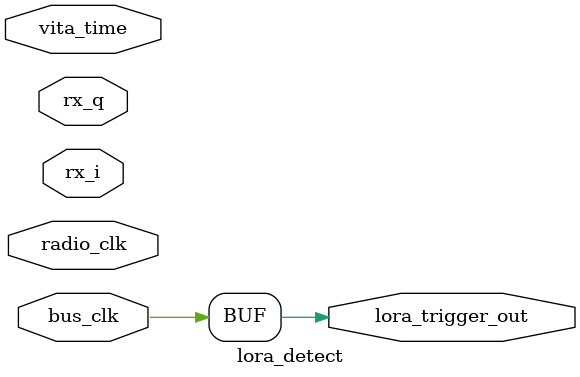
<source format=v>

module lora_detect (
                      input radio_clk,
                      input bus_clk,
                      input rx_i,
                      input rx_q,
                      input vita_time,
                      output lora_trigger_out
      );

   assign lora_trigger_out = bus_clk;
   
endmodule // lora_detect

</source>
